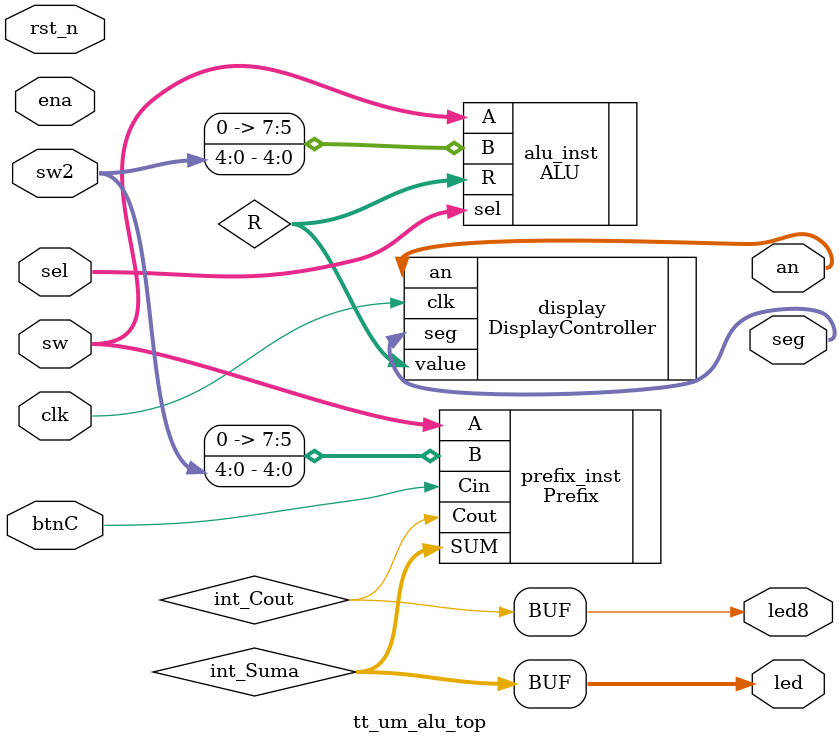
<source format=sv>
`timescale 1ns / 1ps

module tt_um_alu_top(
    input  logic       ena,  // Puerto enable obligatorio para Tiny Tapeout
    input logic rst_n,
    input  logic [7:0] sw,      // Entrada A: sw[7:0]
    input  logic [4:0] sw2,     // Entrada B: sw[12:8]
    input  logic [2:0] sel,     // Selección de operación: sw[15:13]
    input  logic       btnC,    // Cin para el sumador prefix
    input  logic       clk,     // Reloj
    output logic [7:0] led,     // LEDs para mostrar resultado suma
    output logic       led8,    // LED para mostrar carry out
    output logic [6:0] seg,     // Display 7 segmentos
    output logic [3:0] an       // Ánodos del display
);

    logic [7:0] int_Suma;
    logic       int_Cout;
    logic [7:0] R;

    // Instancia del sumador prefix
    Prefix prefix_inst (
        .A    (sw),
        .B    ({3'b000, sw2}), // Extensión a 8 bits
        .Cin  (btnC),
        .SUM  (int_Suma),
        .Cout (int_Cout)
    );

    // Instancia de la ALU
    ALU alu_inst (
        .A    (sw),
        .B    ({3'b000, sw2}), // Extensión a 8 bits
        .sel  (sel),
        .R    (R)
    );

    // Display 7 segmentos
    DisplayController display (
        .clk   (clk),
        .value (R),
        .seg   (seg),
        .an    (an)
    );

    // LEDs
    assign led  = int_Suma;
    assign led8 = int_Cout;

endmodule


</source>
